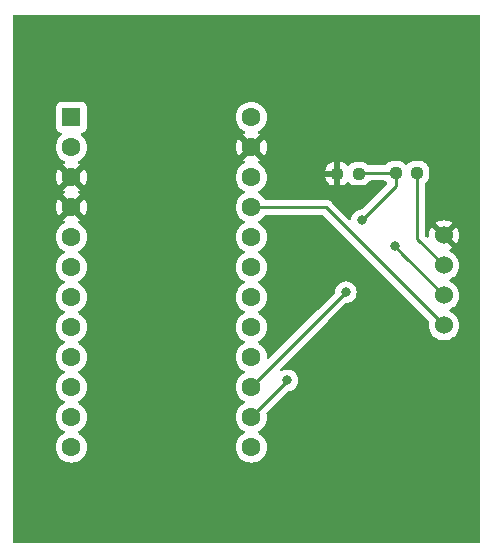
<source format=gbr>
%TF.GenerationSoftware,KiCad,Pcbnew,(6.0.1)*%
%TF.CreationDate,2023-03-08T21:06:12-08:00*%
%TF.ProjectId,Ultrasonic,556c7472-6173-46f6-9e69-632e6b696361,rev?*%
%TF.SameCoordinates,Original*%
%TF.FileFunction,Copper,L1,Top*%
%TF.FilePolarity,Positive*%
%FSLAX46Y46*%
G04 Gerber Fmt 4.6, Leading zero omitted, Abs format (unit mm)*
G04 Created by KiCad (PCBNEW (6.0.1)) date 2023-03-08 21:06:12*
%MOMM*%
%LPD*%
G01*
G04 APERTURE LIST*
G04 Aperture macros list*
%AMRoundRect*
0 Rectangle with rounded corners*
0 $1 Rounding radius*
0 $2 $3 $4 $5 $6 $7 $8 $9 X,Y pos of 4 corners*
0 Add a 4 corners polygon primitive as box body*
4,1,4,$2,$3,$4,$5,$6,$7,$8,$9,$2,$3,0*
0 Add four circle primitives for the rounded corners*
1,1,$1+$1,$2,$3*
1,1,$1+$1,$4,$5*
1,1,$1+$1,$6,$7*
1,1,$1+$1,$8,$9*
0 Add four rect primitives between the rounded corners*
20,1,$1+$1,$2,$3,$4,$5,0*
20,1,$1+$1,$4,$5,$6,$7,0*
20,1,$1+$1,$6,$7,$8,$9,0*
20,1,$1+$1,$8,$9,$2,$3,0*%
G04 Aperture macros list end*
%TA.AperFunction,ComponentPad*%
%ADD10C,1.530000*%
%TD*%
%TA.AperFunction,SMDPad,CuDef*%
%ADD11RoundRect,0.237500X-0.250000X-0.237500X0.250000X-0.237500X0.250000X0.237500X-0.250000X0.237500X0*%
%TD*%
%TA.AperFunction,ComponentPad*%
%ADD12R,1.600000X1.600000*%
%TD*%
%TA.AperFunction,ComponentPad*%
%ADD13C,1.600000*%
%TD*%
%TA.AperFunction,ViaPad*%
%ADD14C,0.800000*%
%TD*%
%TA.AperFunction,Conductor*%
%ADD15C,0.250000*%
%TD*%
G04 APERTURE END LIST*
D10*
%TO.P,U2,1,VCC*%
%TO.N,Net-(U1-Pad21)*%
X163250000Y-94610000D03*
%TO.P,U2,2,TRIG*%
%TO.N,Net-(U1-Pad15)*%
X163250000Y-92070000D03*
%TO.P,U2,3,ECHO*%
%TO.N,Net-(R2-Pad2)*%
X163250000Y-89530000D03*
%TO.P,U2,4,GND*%
%TO.N,GND*%
X163250000Y-86990000D03*
%TD*%
D11*
%TO.P,R2,1*%
%TO.N,Net-(R1-Pad2)*%
X159162500Y-81700000D03*
%TO.P,R2,2*%
%TO.N,Net-(R2-Pad2)*%
X160987500Y-81700000D03*
%TD*%
D12*
%TO.P,U1,1,TX*%
%TO.N,unconnected-(U1-Pad1)*%
X131705000Y-76980000D03*
D13*
%TO.P,U1,2,RX*%
%TO.N,unconnected-(U1-Pad2)*%
X131705000Y-79520000D03*
%TO.P,U1,3,GND*%
%TO.N,GND*%
X131705000Y-82060000D03*
%TO.P,U1,4,GND*%
X131705000Y-84600000D03*
%TO.P,U1,5,SDA*%
%TO.N,unconnected-(U1-Pad5)*%
X131705000Y-87140000D03*
%TO.P,U1,6,SCL*%
%TO.N,unconnected-(U1-Pad6)*%
X131705000Y-89680000D03*
%TO.P,U1,7,D4*%
%TO.N,unconnected-(U1-Pad7)*%
X131705000Y-92220000D03*
%TO.P,U1,8,C6*%
%TO.N,unconnected-(U1-Pad8)*%
X131705000Y-94760000D03*
%TO.P,U1,9,D7*%
%TO.N,unconnected-(U1-Pad9)*%
X131705000Y-97300000D03*
%TO.P,U1,10,E6*%
%TO.N,unconnected-(U1-Pad10)*%
X131705000Y-99840000D03*
%TO.P,U1,11,B4*%
%TO.N,unconnected-(U1-Pad11)*%
X131705000Y-102380000D03*
%TO.P,U1,12,B5*%
%TO.N,unconnected-(U1-Pad12)*%
X131705000Y-104920000D03*
%TO.P,U1,13,B6*%
%TO.N,unconnected-(U1-Pad13)*%
X146945000Y-104920000D03*
%TO.P,U1,14,B2*%
%TO.N,Net-(R1-Pad2)*%
X146945000Y-102380000D03*
%TO.P,U1,15,B3*%
%TO.N,Net-(U1-Pad15)*%
X146945000Y-99840000D03*
%TO.P,U1,16,B1*%
%TO.N,unconnected-(U1-Pad16)*%
X146945000Y-97300000D03*
%TO.P,U1,17,F7*%
%TO.N,unconnected-(U1-Pad17)*%
X146945000Y-94760000D03*
%TO.P,U1,18,F6*%
%TO.N,unconnected-(U1-Pad18)*%
X146945000Y-92220000D03*
%TO.P,U1,19,F5*%
%TO.N,unconnected-(U1-Pad19)*%
X146945000Y-89680000D03*
%TO.P,U1,20,F4*%
%TO.N,unconnected-(U1-Pad20)*%
X146945000Y-87140000D03*
%TO.P,U1,21,VCC*%
%TO.N,Net-(U1-Pad21)*%
X146945000Y-84600000D03*
%TO.P,U1,22,RST*%
%TO.N,unconnected-(U1-Pad22)*%
X146945000Y-82060000D03*
%TO.P,U1,23,GND*%
%TO.N,GND*%
X146945000Y-79520000D03*
%TO.P,U1,24,RAW*%
%TO.N,unconnected-(U1-Pad24)*%
X146945000Y-76980000D03*
%TD*%
D11*
%TO.P,R1,1*%
%TO.N,GND*%
X154212500Y-81775000D03*
%TO.P,R1,2*%
%TO.N,Net-(R1-Pad2)*%
X156037500Y-81775000D03*
%TD*%
D14*
%TO.N,Net-(R1-Pad2)*%
X156300000Y-85700000D03*
X150000000Y-99275000D03*
%TO.N,Net-(U1-Pad15)*%
X154950000Y-91800000D03*
X159125000Y-87925000D03*
%TD*%
D15*
%TO.N,Net-(R1-Pad2)*%
X159162500Y-81700000D02*
X156112500Y-81700000D01*
X156112500Y-81700000D02*
X156037500Y-81775000D01*
X156300000Y-85700000D02*
X159162500Y-82837500D01*
X150000000Y-99275000D02*
X150000000Y-99325000D01*
X159162500Y-82837500D02*
X159162500Y-81700000D01*
X150000000Y-99325000D02*
X146945000Y-102380000D01*
%TO.N,Net-(U1-Pad15)*%
X152950000Y-93835000D02*
X146945000Y-99840000D01*
X159815489Y-88635489D02*
X163250000Y-92070000D01*
X159125000Y-87925000D02*
X159815489Y-88615489D01*
X152950000Y-93800000D02*
X152950000Y-93835000D01*
X154950000Y-91800000D02*
X152950000Y-93800000D01*
X159815489Y-88615489D02*
X159815489Y-88635489D01*
%TO.N,Net-(U1-Pad21)*%
X153240000Y-84600000D02*
X163250000Y-94610000D01*
X146945000Y-84600000D02*
X153240000Y-84600000D01*
%TO.N,Net-(R2-Pad2)*%
X160987500Y-87267500D02*
X163250000Y-89530000D01*
X160987500Y-81700000D02*
X160987500Y-87267500D01*
%TD*%
%TA.AperFunction,Conductor*%
%TO.N,GND*%
G36*
X166234121Y-68315502D02*
G01*
X166280614Y-68369158D01*
X166292000Y-68421500D01*
X166292000Y-112928500D01*
X166271998Y-112996621D01*
X166218342Y-113043114D01*
X166166000Y-113054500D01*
X126909000Y-113054500D01*
X126840879Y-113034498D01*
X126794386Y-112980842D01*
X126783000Y-112928500D01*
X126783000Y-104920000D01*
X130391502Y-104920000D01*
X130411457Y-105148087D01*
X130470716Y-105369243D01*
X130473039Y-105374224D01*
X130473039Y-105374225D01*
X130565151Y-105571762D01*
X130565154Y-105571767D01*
X130567477Y-105576749D01*
X130698802Y-105764300D01*
X130860700Y-105926198D01*
X130865208Y-105929355D01*
X130865211Y-105929357D01*
X130943389Y-105984098D01*
X131048251Y-106057523D01*
X131053233Y-106059846D01*
X131053238Y-106059849D01*
X131250775Y-106151961D01*
X131255757Y-106154284D01*
X131261065Y-106155706D01*
X131261067Y-106155707D01*
X131471598Y-106212119D01*
X131471600Y-106212119D01*
X131476913Y-106213543D01*
X131705000Y-106233498D01*
X131933087Y-106213543D01*
X131938400Y-106212119D01*
X131938402Y-106212119D01*
X132148933Y-106155707D01*
X132148935Y-106155706D01*
X132154243Y-106154284D01*
X132159225Y-106151961D01*
X132356762Y-106059849D01*
X132356767Y-106059846D01*
X132361749Y-106057523D01*
X132466611Y-105984098D01*
X132544789Y-105929357D01*
X132544792Y-105929355D01*
X132549300Y-105926198D01*
X132711198Y-105764300D01*
X132842523Y-105576749D01*
X132844846Y-105571767D01*
X132844849Y-105571762D01*
X132936961Y-105374225D01*
X132936961Y-105374224D01*
X132939284Y-105369243D01*
X132998543Y-105148087D01*
X133018498Y-104920000D01*
X145631502Y-104920000D01*
X145651457Y-105148087D01*
X145710716Y-105369243D01*
X145713039Y-105374224D01*
X145713039Y-105374225D01*
X145805151Y-105571762D01*
X145805154Y-105571767D01*
X145807477Y-105576749D01*
X145938802Y-105764300D01*
X146100700Y-105926198D01*
X146105208Y-105929355D01*
X146105211Y-105929357D01*
X146183389Y-105984098D01*
X146288251Y-106057523D01*
X146293233Y-106059846D01*
X146293238Y-106059849D01*
X146490775Y-106151961D01*
X146495757Y-106154284D01*
X146501065Y-106155706D01*
X146501067Y-106155707D01*
X146711598Y-106212119D01*
X146711600Y-106212119D01*
X146716913Y-106213543D01*
X146945000Y-106233498D01*
X147173087Y-106213543D01*
X147178400Y-106212119D01*
X147178402Y-106212119D01*
X147388933Y-106155707D01*
X147388935Y-106155706D01*
X147394243Y-106154284D01*
X147399225Y-106151961D01*
X147596762Y-106059849D01*
X147596767Y-106059846D01*
X147601749Y-106057523D01*
X147706611Y-105984098D01*
X147784789Y-105929357D01*
X147784792Y-105929355D01*
X147789300Y-105926198D01*
X147951198Y-105764300D01*
X148082523Y-105576749D01*
X148084846Y-105571767D01*
X148084849Y-105571762D01*
X148176961Y-105374225D01*
X148176961Y-105374224D01*
X148179284Y-105369243D01*
X148238543Y-105148087D01*
X148258498Y-104920000D01*
X148238543Y-104691913D01*
X148179284Y-104470757D01*
X148176961Y-104465775D01*
X148084849Y-104268238D01*
X148084846Y-104268233D01*
X148082523Y-104263251D01*
X147951198Y-104075700D01*
X147789300Y-103913802D01*
X147784792Y-103910645D01*
X147784789Y-103910643D01*
X147706611Y-103855902D01*
X147601749Y-103782477D01*
X147596767Y-103780154D01*
X147596762Y-103780151D01*
X147562543Y-103764195D01*
X147509258Y-103717278D01*
X147489797Y-103649001D01*
X147510339Y-103581041D01*
X147562543Y-103535805D01*
X147596762Y-103519849D01*
X147596767Y-103519846D01*
X147601749Y-103517523D01*
X147706611Y-103444098D01*
X147784789Y-103389357D01*
X147784792Y-103389355D01*
X147789300Y-103386198D01*
X147951198Y-103224300D01*
X148082523Y-103036749D01*
X148084846Y-103031767D01*
X148084849Y-103031762D01*
X148176961Y-102834225D01*
X148176961Y-102834224D01*
X148179284Y-102829243D01*
X148238543Y-102608087D01*
X148258498Y-102380000D01*
X148238543Y-102151913D01*
X148237119Y-102146598D01*
X148237118Y-102146591D01*
X148221541Y-102088459D01*
X148223230Y-102017483D01*
X148254152Y-101966752D01*
X150000499Y-100220405D01*
X150062811Y-100186379D01*
X150082328Y-100184281D01*
X150082318Y-100184190D01*
X150088885Y-100183500D01*
X150095487Y-100183500D01*
X150101939Y-100182128D01*
X150101944Y-100182128D01*
X150188887Y-100163647D01*
X150282288Y-100143794D01*
X150440392Y-100073402D01*
X150450722Y-100068803D01*
X150450724Y-100068802D01*
X150456752Y-100066118D01*
X150611253Y-99953866D01*
X150615675Y-99948955D01*
X150734621Y-99816852D01*
X150734622Y-99816851D01*
X150739040Y-99811944D01*
X150834527Y-99646556D01*
X150893542Y-99464928D01*
X150897555Y-99426752D01*
X150912814Y-99281565D01*
X150913504Y-99275000D01*
X150893542Y-99085072D01*
X150834527Y-98903444D01*
X150739040Y-98738056D01*
X150690544Y-98684195D01*
X150615675Y-98601045D01*
X150615674Y-98601044D01*
X150611253Y-98596134D01*
X150456752Y-98483882D01*
X150450724Y-98481198D01*
X150450722Y-98481197D01*
X150288319Y-98408891D01*
X150288318Y-98408891D01*
X150282288Y-98406206D01*
X150188887Y-98386353D01*
X150101944Y-98367872D01*
X150101939Y-98367872D01*
X150095487Y-98366500D01*
X149904513Y-98366500D01*
X149898061Y-98367872D01*
X149898056Y-98367872D01*
X149811112Y-98386353D01*
X149717712Y-98406206D01*
X149711682Y-98408891D01*
X149711681Y-98408891D01*
X149549279Y-98481197D01*
X149543248Y-98483882D01*
X149542522Y-98482252D01*
X149482029Y-98496927D01*
X149414937Y-98473707D01*
X149371050Y-98417900D01*
X149364301Y-98347225D01*
X149398929Y-98281975D01*
X153342247Y-94338657D01*
X153350537Y-94331113D01*
X153357018Y-94327000D01*
X153403659Y-94277332D01*
X153406413Y-94274491D01*
X153426134Y-94254770D01*
X153428612Y-94251575D01*
X153436318Y-94242553D01*
X153461158Y-94216101D01*
X153466586Y-94210321D01*
X153476346Y-94192568D01*
X153487199Y-94176045D01*
X153493601Y-94167791D01*
X153499613Y-94160041D01*
X153502762Y-94152764D01*
X153506796Y-94145943D01*
X153508122Y-94146727D01*
X153527099Y-94118805D01*
X154900500Y-92745405D01*
X154962812Y-92711379D01*
X154989595Y-92708500D01*
X155045487Y-92708500D01*
X155051939Y-92707128D01*
X155051944Y-92707128D01*
X155138887Y-92688647D01*
X155232288Y-92668794D01*
X155243206Y-92663933D01*
X155400722Y-92593803D01*
X155400724Y-92593802D01*
X155406752Y-92591118D01*
X155561253Y-92478866D01*
X155689040Y-92336944D01*
X155784527Y-92171556D01*
X155843542Y-91989928D01*
X155863504Y-91800000D01*
X155860907Y-91775293D01*
X155844232Y-91616635D01*
X155844232Y-91616633D01*
X155843542Y-91610072D01*
X155784527Y-91428444D01*
X155689040Y-91263056D01*
X155675739Y-91248283D01*
X155565675Y-91126045D01*
X155565674Y-91126044D01*
X155561253Y-91121134D01*
X155406752Y-91008882D01*
X155400724Y-91006198D01*
X155400722Y-91006197D01*
X155238319Y-90933891D01*
X155238318Y-90933891D01*
X155232288Y-90931206D01*
X155138888Y-90911353D01*
X155051944Y-90892872D01*
X155051939Y-90892872D01*
X155045487Y-90891500D01*
X154854513Y-90891500D01*
X154848061Y-90892872D01*
X154848056Y-90892872D01*
X154761112Y-90911353D01*
X154667712Y-90931206D01*
X154661682Y-90933891D01*
X154661681Y-90933891D01*
X154499278Y-91006197D01*
X154499276Y-91006198D01*
X154493248Y-91008882D01*
X154338747Y-91121134D01*
X154334326Y-91126044D01*
X154334325Y-91126045D01*
X154224262Y-91248283D01*
X154210960Y-91263056D01*
X154115473Y-91428444D01*
X154056458Y-91610072D01*
X154055768Y-91616633D01*
X154055768Y-91616635D01*
X154039093Y-91775293D01*
X154012080Y-91840950D01*
X154002878Y-91851218D01*
X152557747Y-93296348D01*
X152549461Y-93303888D01*
X152542982Y-93308000D01*
X152537557Y-93313777D01*
X152496357Y-93357651D01*
X152493602Y-93360493D01*
X152473865Y-93380230D01*
X152471385Y-93383427D01*
X152463682Y-93392447D01*
X152433414Y-93424679D01*
X152429595Y-93431625D01*
X152429593Y-93431628D01*
X152423652Y-93442434D01*
X152412801Y-93458953D01*
X152400386Y-93474959D01*
X152397238Y-93482235D01*
X152393203Y-93489057D01*
X152391877Y-93488273D01*
X152372900Y-93516195D01*
X148471589Y-97417506D01*
X148409277Y-97451532D01*
X148338462Y-97446467D01*
X148281626Y-97403920D01*
X148256815Y-97337400D01*
X148256974Y-97317428D01*
X148258019Y-97305485D01*
X148258019Y-97305475D01*
X148258498Y-97300000D01*
X148238543Y-97071913D01*
X148179284Y-96850757D01*
X148176961Y-96845775D01*
X148084849Y-96648238D01*
X148084846Y-96648233D01*
X148082523Y-96643251D01*
X147951198Y-96455700D01*
X147789300Y-96293802D01*
X147784792Y-96290645D01*
X147784789Y-96290643D01*
X147706611Y-96235902D01*
X147601749Y-96162477D01*
X147596767Y-96160154D01*
X147596762Y-96160151D01*
X147562543Y-96144195D01*
X147509258Y-96097278D01*
X147489797Y-96029001D01*
X147510339Y-95961041D01*
X147562543Y-95915805D01*
X147596762Y-95899849D01*
X147596767Y-95899846D01*
X147601749Y-95897523D01*
X147706611Y-95824098D01*
X147784789Y-95769357D01*
X147784792Y-95769355D01*
X147789300Y-95766198D01*
X147951198Y-95604300D01*
X147959501Y-95592443D01*
X148009098Y-95521611D01*
X148082523Y-95416749D01*
X148084846Y-95411767D01*
X148084849Y-95411762D01*
X148176961Y-95214225D01*
X148176961Y-95214224D01*
X148179284Y-95209243D01*
X148221362Y-95052209D01*
X148237119Y-94993402D01*
X148237119Y-94993400D01*
X148238543Y-94988087D01*
X148258498Y-94760000D01*
X148238543Y-94531913D01*
X148237119Y-94526598D01*
X148180707Y-94316067D01*
X148180706Y-94316065D01*
X148179284Y-94310757D01*
X148163435Y-94276769D01*
X148084849Y-94108238D01*
X148084846Y-94108233D01*
X148082523Y-94103251D01*
X147951198Y-93915700D01*
X147789300Y-93753802D01*
X147784792Y-93750645D01*
X147784789Y-93750643D01*
X147706611Y-93695902D01*
X147601749Y-93622477D01*
X147596767Y-93620154D01*
X147596762Y-93620151D01*
X147562543Y-93604195D01*
X147509258Y-93557278D01*
X147489797Y-93489001D01*
X147510339Y-93421041D01*
X147562543Y-93375805D01*
X147596762Y-93359849D01*
X147596767Y-93359846D01*
X147601749Y-93357523D01*
X147731917Y-93266378D01*
X147784789Y-93229357D01*
X147784792Y-93229355D01*
X147789300Y-93226198D01*
X147951198Y-93064300D01*
X147959501Y-93052443D01*
X148009098Y-92981611D01*
X148082523Y-92876749D01*
X148084846Y-92871767D01*
X148084849Y-92871762D01*
X148176961Y-92674225D01*
X148176961Y-92674224D01*
X148179284Y-92669243D01*
X148221362Y-92512209D01*
X148237119Y-92453402D01*
X148237119Y-92453400D01*
X148238543Y-92448087D01*
X148258498Y-92220000D01*
X148238543Y-91991913D01*
X148236253Y-91983365D01*
X148180707Y-91776067D01*
X148180706Y-91776065D01*
X148179284Y-91770757D01*
X148117418Y-91638083D01*
X148084849Y-91568238D01*
X148084846Y-91568233D01*
X148082523Y-91563251D01*
X147951198Y-91375700D01*
X147789300Y-91213802D01*
X147784792Y-91210645D01*
X147784789Y-91210643D01*
X147663970Y-91126045D01*
X147601749Y-91082477D01*
X147596767Y-91080154D01*
X147596762Y-91080151D01*
X147562543Y-91064195D01*
X147509258Y-91017278D01*
X147489797Y-90949001D01*
X147510339Y-90881041D01*
X147562543Y-90835805D01*
X147596762Y-90819849D01*
X147596767Y-90819846D01*
X147601749Y-90817523D01*
X147731917Y-90726378D01*
X147784789Y-90689357D01*
X147784792Y-90689355D01*
X147789300Y-90686198D01*
X147951198Y-90524300D01*
X147959501Y-90512443D01*
X148009098Y-90441611D01*
X148082523Y-90336749D01*
X148084846Y-90331767D01*
X148084849Y-90331762D01*
X148176961Y-90134225D01*
X148176961Y-90134224D01*
X148179284Y-90129243D01*
X148221362Y-89972209D01*
X148237119Y-89913402D01*
X148237119Y-89913400D01*
X148238543Y-89908087D01*
X148258498Y-89680000D01*
X148238543Y-89451913D01*
X148237119Y-89446598D01*
X148180707Y-89236067D01*
X148180706Y-89236065D01*
X148179284Y-89230757D01*
X148176961Y-89225775D01*
X148084849Y-89028238D01*
X148084846Y-89028233D01*
X148082523Y-89023251D01*
X147951198Y-88835700D01*
X147789300Y-88673802D01*
X147784792Y-88670645D01*
X147784789Y-88670643D01*
X147682408Y-88598955D01*
X147601749Y-88542477D01*
X147596767Y-88540154D01*
X147596762Y-88540151D01*
X147562543Y-88524195D01*
X147509258Y-88477278D01*
X147489797Y-88409001D01*
X147510339Y-88341041D01*
X147562543Y-88295805D01*
X147596762Y-88279849D01*
X147596767Y-88279846D01*
X147601749Y-88277523D01*
X147783589Y-88150197D01*
X147784789Y-88149357D01*
X147784792Y-88149355D01*
X147789300Y-88146198D01*
X147951198Y-87984300D01*
X147992721Y-87925000D01*
X148009098Y-87901611D01*
X148082523Y-87796749D01*
X148084846Y-87791767D01*
X148084849Y-87791762D01*
X148176961Y-87594225D01*
X148176961Y-87594224D01*
X148179284Y-87589243D01*
X148188877Y-87553444D01*
X148237119Y-87373402D01*
X148237119Y-87373400D01*
X148238543Y-87368087D01*
X148258498Y-87140000D01*
X148238543Y-86911913D01*
X148179284Y-86690757D01*
X148149388Y-86626644D01*
X148084849Y-86488238D01*
X148084846Y-86488233D01*
X148082523Y-86483251D01*
X147993460Y-86356056D01*
X147954357Y-86300211D01*
X147954355Y-86300208D01*
X147951198Y-86295700D01*
X147789300Y-86133802D01*
X147784792Y-86130645D01*
X147784789Y-86130643D01*
X147691428Y-86065271D01*
X147601749Y-86002477D01*
X147596767Y-86000154D01*
X147596762Y-86000151D01*
X147562543Y-85984195D01*
X147509258Y-85937278D01*
X147489797Y-85869001D01*
X147510339Y-85801041D01*
X147562543Y-85755805D01*
X147596762Y-85739849D01*
X147596767Y-85739846D01*
X147601749Y-85737523D01*
X147742156Y-85639209D01*
X147784789Y-85609357D01*
X147784792Y-85609355D01*
X147789300Y-85606198D01*
X147951198Y-85444300D01*
X148027921Y-85334729D01*
X148061181Y-85287229D01*
X148116638Y-85242901D01*
X148164394Y-85233500D01*
X152925406Y-85233500D01*
X152993527Y-85253502D01*
X153014501Y-85270405D01*
X161969424Y-94225329D01*
X162003450Y-94287641D01*
X162002036Y-94347034D01*
X161992480Y-94382697D01*
X161992479Y-94382704D01*
X161991056Y-94388014D01*
X161971635Y-94610000D01*
X161991056Y-94831986D01*
X161992480Y-94837299D01*
X162034308Y-94993402D01*
X162048730Y-95047227D01*
X162051052Y-95052208D01*
X162051053Y-95052209D01*
X162140577Y-95244195D01*
X162140580Y-95244200D01*
X162142903Y-95249182D01*
X162146060Y-95253690D01*
X162263392Y-95421257D01*
X162270716Y-95431717D01*
X162428283Y-95589284D01*
X162432792Y-95592441D01*
X162432794Y-95592443D01*
X162455293Y-95608197D01*
X162610817Y-95717097D01*
X162615799Y-95719420D01*
X162615804Y-95719423D01*
X162807791Y-95808947D01*
X162812773Y-95811270D01*
X162818081Y-95812692D01*
X162818083Y-95812693D01*
X162884465Y-95830480D01*
X163028014Y-95868944D01*
X163250000Y-95888365D01*
X163471986Y-95868944D01*
X163615535Y-95830480D01*
X163681917Y-95812693D01*
X163681919Y-95812692D01*
X163687227Y-95811270D01*
X163692209Y-95808947D01*
X163884196Y-95719423D01*
X163884201Y-95719420D01*
X163889183Y-95717097D01*
X164044707Y-95608197D01*
X164067206Y-95592443D01*
X164067208Y-95592441D01*
X164071717Y-95589284D01*
X164229284Y-95431717D01*
X164236609Y-95421257D01*
X164353940Y-95253690D01*
X164357097Y-95249182D01*
X164359420Y-95244200D01*
X164359423Y-95244195D01*
X164448947Y-95052209D01*
X164448948Y-95052208D01*
X164451270Y-95047227D01*
X164465693Y-94993402D01*
X164507520Y-94837299D01*
X164508944Y-94831986D01*
X164528365Y-94610000D01*
X164508944Y-94388014D01*
X164451270Y-94172773D01*
X164434030Y-94135802D01*
X164359423Y-93975805D01*
X164359420Y-93975800D01*
X164357097Y-93970818D01*
X164229284Y-93788283D01*
X164071717Y-93630716D01*
X164064460Y-93625634D01*
X163921763Y-93525716D01*
X163889183Y-93502903D01*
X163884201Y-93500580D01*
X163884196Y-93500577D01*
X163784728Y-93454195D01*
X163731443Y-93407278D01*
X163711982Y-93339001D01*
X163732524Y-93271041D01*
X163784728Y-93225805D01*
X163884196Y-93179423D01*
X163884201Y-93179420D01*
X163889183Y-93177097D01*
X164044707Y-93068197D01*
X164067206Y-93052443D01*
X164067208Y-93052441D01*
X164071717Y-93049284D01*
X164229284Y-92891717D01*
X164236609Y-92881257D01*
X164353940Y-92713690D01*
X164357097Y-92709182D01*
X164359420Y-92704200D01*
X164359423Y-92704195D01*
X164448947Y-92512209D01*
X164448948Y-92512208D01*
X164451270Y-92507227D01*
X164465693Y-92453402D01*
X164496897Y-92336944D01*
X164508944Y-92291986D01*
X164528365Y-92070000D01*
X164508944Y-91848014D01*
X164451270Y-91632773D01*
X164443745Y-91616635D01*
X164359423Y-91435805D01*
X164359420Y-91435800D01*
X164357097Y-91430818D01*
X164243632Y-91268774D01*
X164232443Y-91252794D01*
X164232441Y-91252791D01*
X164229284Y-91248283D01*
X164071717Y-91090716D01*
X164064460Y-91085634D01*
X163954847Y-91008882D01*
X163889183Y-90962903D01*
X163884201Y-90960580D01*
X163884196Y-90960577D01*
X163784728Y-90914195D01*
X163731443Y-90867278D01*
X163711982Y-90799001D01*
X163732524Y-90731041D01*
X163784728Y-90685805D01*
X163884196Y-90639423D01*
X163884201Y-90639420D01*
X163889183Y-90637097D01*
X164044707Y-90528197D01*
X164067206Y-90512443D01*
X164067208Y-90512441D01*
X164071717Y-90509284D01*
X164229284Y-90351717D01*
X164236609Y-90341257D01*
X164353940Y-90173690D01*
X164357097Y-90169182D01*
X164359420Y-90164200D01*
X164359423Y-90164195D01*
X164448947Y-89972209D01*
X164448948Y-89972208D01*
X164451270Y-89967227D01*
X164465693Y-89913402D01*
X164507520Y-89757299D01*
X164508944Y-89751986D01*
X164528365Y-89530000D01*
X164508944Y-89308014D01*
X164454430Y-89104566D01*
X164452693Y-89098083D01*
X164452692Y-89098081D01*
X164451270Y-89092773D01*
X164420530Y-89026851D01*
X164359423Y-88895805D01*
X164359420Y-88895800D01*
X164357097Y-88890818D01*
X164285528Y-88788608D01*
X164232443Y-88712794D01*
X164232441Y-88712791D01*
X164229284Y-88708283D01*
X164071717Y-88550716D01*
X164064460Y-88545634D01*
X163951948Y-88466852D01*
X163889183Y-88422903D01*
X163884201Y-88420580D01*
X163884196Y-88420577D01*
X163784136Y-88373919D01*
X163730851Y-88327002D01*
X163711390Y-88258725D01*
X163731932Y-88190765D01*
X163784136Y-88145529D01*
X163883953Y-88098984D01*
X163893431Y-88093512D01*
X163937920Y-88062359D01*
X163946294Y-88051883D01*
X163939226Y-88038436D01*
X162891922Y-86991132D01*
X163614408Y-86991132D01*
X163614539Y-86992965D01*
X163618790Y-86999580D01*
X164299157Y-87679947D01*
X164310932Y-87686377D01*
X164322947Y-87677081D01*
X164353505Y-87633439D01*
X164358988Y-87623944D01*
X164448475Y-87432037D01*
X164452221Y-87421745D01*
X164507025Y-87217214D01*
X164508928Y-87206419D01*
X164527384Y-86995475D01*
X164527384Y-86984525D01*
X164508928Y-86773581D01*
X164507025Y-86762786D01*
X164452221Y-86558255D01*
X164448475Y-86547963D01*
X164358988Y-86356056D01*
X164353505Y-86346561D01*
X164322360Y-86302081D01*
X164311883Y-86293706D01*
X164298436Y-86300774D01*
X163622022Y-86977188D01*
X163614408Y-86991132D01*
X162891922Y-86991132D01*
X162200843Y-86300053D01*
X162189068Y-86293623D01*
X162177053Y-86302919D01*
X162146495Y-86346561D01*
X162141012Y-86356056D01*
X162051525Y-86547963D01*
X162047779Y-86558255D01*
X161992975Y-86762786D01*
X161991072Y-86773581D01*
X161972616Y-86984525D01*
X161972616Y-86995476D01*
X161977078Y-87046481D01*
X161963088Y-87116086D01*
X161913689Y-87167078D01*
X161844563Y-87183268D01*
X161777657Y-87159515D01*
X161762462Y-87146557D01*
X161657905Y-87042000D01*
X161623879Y-86979688D01*
X161621000Y-86952905D01*
X161621000Y-85928117D01*
X162553706Y-85928117D01*
X162560774Y-85941564D01*
X163237188Y-86617978D01*
X163251132Y-86625592D01*
X163252965Y-86625461D01*
X163259580Y-86621210D01*
X163939947Y-85940843D01*
X163946377Y-85929068D01*
X163937084Y-85917055D01*
X163893431Y-85886488D01*
X163883953Y-85881016D01*
X163692038Y-85791525D01*
X163681745Y-85787779D01*
X163477214Y-85732975D01*
X163466419Y-85731072D01*
X163255475Y-85712616D01*
X163244525Y-85712616D01*
X163033581Y-85731072D01*
X163022786Y-85732975D01*
X162818255Y-85787779D01*
X162807963Y-85791525D01*
X162616056Y-85881012D01*
X162606561Y-85886495D01*
X162562081Y-85917640D01*
X162553706Y-85928117D01*
X161621000Y-85928117D01*
X161621000Y-82647699D01*
X161641002Y-82579578D01*
X161680699Y-82540554D01*
X161704031Y-82526116D01*
X161726347Y-82503761D01*
X161821758Y-82408184D01*
X161821762Y-82408179D01*
X161826929Y-82403003D01*
X161857442Y-82353502D01*
X161914369Y-82261150D01*
X161914370Y-82261148D01*
X161918209Y-82254920D01*
X161972974Y-82089809D01*
X161974716Y-82072812D01*
X161983172Y-81990271D01*
X161983500Y-81987072D01*
X161983500Y-81412928D01*
X161983163Y-81409678D01*
X161973419Y-81315765D01*
X161973418Y-81315761D01*
X161972707Y-81308907D01*
X161917654Y-81143893D01*
X161826116Y-80995969D01*
X161811062Y-80980941D01*
X161708184Y-80878242D01*
X161708179Y-80878238D01*
X161703003Y-80873071D01*
X161680557Y-80859235D01*
X161561150Y-80785631D01*
X161561148Y-80785630D01*
X161554920Y-80781791D01*
X161389809Y-80727026D01*
X161382973Y-80726326D01*
X161382970Y-80726325D01*
X161328700Y-80720765D01*
X161287072Y-80716500D01*
X160687928Y-80716500D01*
X160684682Y-80716837D01*
X160684678Y-80716837D01*
X160590765Y-80726581D01*
X160590761Y-80726582D01*
X160583907Y-80727293D01*
X160577371Y-80729474D01*
X160577369Y-80729474D01*
X160503005Y-80754284D01*
X160418893Y-80782346D01*
X160270969Y-80873884D01*
X160265796Y-80879066D01*
X160164253Y-80980786D01*
X160101970Y-81014865D01*
X160031150Y-81009862D01*
X159986063Y-80980941D01*
X159883188Y-80878246D01*
X159883183Y-80878242D01*
X159878003Y-80873071D01*
X159855557Y-80859235D01*
X159736150Y-80785631D01*
X159736148Y-80785630D01*
X159729920Y-80781791D01*
X159564809Y-80727026D01*
X159557973Y-80726326D01*
X159557970Y-80726325D01*
X159503700Y-80720765D01*
X159462072Y-80716500D01*
X158862928Y-80716500D01*
X158859682Y-80716837D01*
X158859678Y-80716837D01*
X158765765Y-80726581D01*
X158765761Y-80726582D01*
X158758907Y-80727293D01*
X158752371Y-80729474D01*
X158752369Y-80729474D01*
X158678005Y-80754284D01*
X158593893Y-80782346D01*
X158445969Y-80873884D01*
X158440796Y-80879066D01*
X158328242Y-80991816D01*
X158328238Y-80991821D01*
X158323071Y-80996997D01*
X158319231Y-81003227D01*
X158319230Y-81003228D01*
X158317143Y-81006614D01*
X158315114Y-81008441D01*
X158314693Y-81008973D01*
X158314602Y-81008901D01*
X158264372Y-81054108D01*
X158209882Y-81066500D01*
X156923766Y-81066500D01*
X156855645Y-81046498D01*
X156834749Y-81029673D01*
X156758188Y-80953246D01*
X156758183Y-80953242D01*
X156753003Y-80948071D01*
X156746772Y-80944230D01*
X156611150Y-80860631D01*
X156611148Y-80860630D01*
X156604920Y-80856791D01*
X156439809Y-80802026D01*
X156432973Y-80801326D01*
X156432970Y-80801325D01*
X156381474Y-80796049D01*
X156337072Y-80791500D01*
X155737928Y-80791500D01*
X155734682Y-80791837D01*
X155734678Y-80791837D01*
X155640765Y-80801581D01*
X155640761Y-80801582D01*
X155633907Y-80802293D01*
X155627371Y-80804474D01*
X155627369Y-80804474D01*
X155540374Y-80833498D01*
X155468893Y-80857346D01*
X155320969Y-80948884D01*
X155213899Y-81056141D01*
X155151618Y-81090220D01*
X155080798Y-81085217D01*
X155035709Y-81056296D01*
X154932871Y-80953637D01*
X154921460Y-80944625D01*
X154785937Y-80861088D01*
X154772759Y-80854944D01*
X154621234Y-80804685D01*
X154607868Y-80801819D01*
X154515230Y-80792328D01*
X154508815Y-80792000D01*
X154484615Y-80792000D01*
X154469376Y-80796475D01*
X154468171Y-80797865D01*
X154466500Y-80805548D01*
X154466500Y-82739885D01*
X154470975Y-82755124D01*
X154472365Y-82756329D01*
X154480048Y-82758000D01*
X154508766Y-82758000D01*
X154515282Y-82757663D01*
X154609132Y-82747925D01*
X154622528Y-82745032D01*
X154773953Y-82694512D01*
X154787115Y-82688347D01*
X154922492Y-82604574D01*
X154933890Y-82595540D01*
X155035393Y-82493860D01*
X155097676Y-82459781D01*
X155168496Y-82464784D01*
X155213583Y-82493704D01*
X155321997Y-82601929D01*
X155328227Y-82605769D01*
X155328228Y-82605770D01*
X155377212Y-82635964D01*
X155470080Y-82693209D01*
X155635191Y-82747974D01*
X155642027Y-82748674D01*
X155642030Y-82748675D01*
X155689370Y-82753525D01*
X155737928Y-82758500D01*
X156337072Y-82758500D01*
X156340318Y-82758163D01*
X156340322Y-82758163D01*
X156434235Y-82748419D01*
X156434239Y-82748418D01*
X156441093Y-82747707D01*
X156447629Y-82745526D01*
X156447631Y-82745526D01*
X156580395Y-82701232D01*
X156606107Y-82692654D01*
X156754031Y-82601116D01*
X156761797Y-82593336D01*
X156871758Y-82483184D01*
X156871762Y-82483179D01*
X156876929Y-82478003D01*
X156909966Y-82424408D01*
X156929089Y-82393384D01*
X156981861Y-82345891D01*
X157036349Y-82333500D01*
X158210036Y-82333500D01*
X158278157Y-82353502D01*
X158317179Y-82393196D01*
X158323884Y-82404031D01*
X158403176Y-82483184D01*
X158422888Y-82502862D01*
X158456967Y-82565144D01*
X158451964Y-82635964D01*
X158422965Y-82681130D01*
X156349500Y-84754595D01*
X156287188Y-84788621D01*
X156260405Y-84791500D01*
X156204513Y-84791500D01*
X156198061Y-84792872D01*
X156198056Y-84792872D01*
X156111112Y-84811353D01*
X156017712Y-84831206D01*
X156011682Y-84833891D01*
X156011681Y-84833891D01*
X155849278Y-84906197D01*
X155849276Y-84906198D01*
X155843248Y-84908882D01*
X155688747Y-85021134D01*
X155684326Y-85026044D01*
X155684325Y-85026045D01*
X155659107Y-85054053D01*
X155560960Y-85163056D01*
X155508741Y-85253502D01*
X155489269Y-85287229D01*
X155465473Y-85328444D01*
X155406458Y-85510072D01*
X155405769Y-85516631D01*
X155405768Y-85516634D01*
X155399786Y-85573553D01*
X155372773Y-85639209D01*
X155314551Y-85679839D01*
X155243606Y-85682542D01*
X155185381Y-85649477D01*
X154561950Y-85026045D01*
X153743652Y-84207747D01*
X153736112Y-84199461D01*
X153732000Y-84192982D01*
X153682348Y-84146356D01*
X153679507Y-84143602D01*
X153659770Y-84123865D01*
X153656573Y-84121385D01*
X153647551Y-84113680D01*
X153621100Y-84088841D01*
X153615321Y-84083414D01*
X153608375Y-84079595D01*
X153608372Y-84079593D01*
X153597566Y-84073652D01*
X153581047Y-84062801D01*
X153580583Y-84062441D01*
X153565041Y-84050386D01*
X153557772Y-84047241D01*
X153557768Y-84047238D01*
X153524463Y-84032826D01*
X153513813Y-84027609D01*
X153475060Y-84006305D01*
X153455437Y-84001267D01*
X153436734Y-83994863D01*
X153425420Y-83989967D01*
X153425419Y-83989967D01*
X153418145Y-83986819D01*
X153410322Y-83985580D01*
X153410312Y-83985577D01*
X153374476Y-83979901D01*
X153362856Y-83977495D01*
X153327711Y-83968472D01*
X153327710Y-83968472D01*
X153320030Y-83966500D01*
X153299776Y-83966500D01*
X153280065Y-83964949D01*
X153267886Y-83963020D01*
X153260057Y-83961780D01*
X153252165Y-83962526D01*
X153216039Y-83965941D01*
X153204181Y-83966500D01*
X148164394Y-83966500D01*
X148096273Y-83946498D01*
X148061181Y-83912771D01*
X147954357Y-83760211D01*
X147954355Y-83760208D01*
X147951198Y-83755700D01*
X147789300Y-83593802D01*
X147784792Y-83590645D01*
X147784789Y-83590643D01*
X147658920Y-83502509D01*
X147601749Y-83462477D01*
X147596767Y-83460154D01*
X147596762Y-83460151D01*
X147562543Y-83444195D01*
X147509258Y-83397278D01*
X147489797Y-83329001D01*
X147510339Y-83261041D01*
X147562543Y-83215805D01*
X147596762Y-83199849D01*
X147596767Y-83199846D01*
X147601749Y-83197523D01*
X147770296Y-83079505D01*
X147784789Y-83069357D01*
X147784792Y-83069355D01*
X147789300Y-83066198D01*
X147951198Y-82904300D01*
X147956117Y-82897276D01*
X148043688Y-82772211D01*
X148082523Y-82716749D01*
X148084846Y-82711767D01*
X148084849Y-82711762D01*
X148176961Y-82514225D01*
X148176961Y-82514224D01*
X148179284Y-82509243D01*
X148183448Y-82493705D01*
X148237119Y-82293402D01*
X148237119Y-82293400D01*
X148238543Y-82288087D01*
X148258498Y-82060000D01*
X148258390Y-82058766D01*
X153217000Y-82058766D01*
X153217337Y-82065282D01*
X153227075Y-82159132D01*
X153229968Y-82172528D01*
X153280488Y-82323953D01*
X153286653Y-82337115D01*
X153370426Y-82472492D01*
X153379460Y-82483890D01*
X153492129Y-82596363D01*
X153503540Y-82605375D01*
X153639063Y-82688912D01*
X153652241Y-82695056D01*
X153803766Y-82745315D01*
X153817132Y-82748181D01*
X153909770Y-82757672D01*
X153916185Y-82758000D01*
X153940385Y-82758000D01*
X153955624Y-82753525D01*
X153956829Y-82752135D01*
X153958500Y-82744452D01*
X153958500Y-82047115D01*
X153954025Y-82031876D01*
X153952635Y-82030671D01*
X153944952Y-82029000D01*
X153235115Y-82029000D01*
X153219876Y-82033475D01*
X153218671Y-82034865D01*
X153217000Y-82042548D01*
X153217000Y-82058766D01*
X148258390Y-82058766D01*
X148238543Y-81831913D01*
X148201981Y-81695461D01*
X148180707Y-81616067D01*
X148180706Y-81616065D01*
X148179284Y-81610757D01*
X148136089Y-81518124D01*
X148128983Y-81502885D01*
X153217000Y-81502885D01*
X153221475Y-81518124D01*
X153222865Y-81519329D01*
X153230548Y-81521000D01*
X153940385Y-81521000D01*
X153955624Y-81516525D01*
X153956829Y-81515135D01*
X153958500Y-81507452D01*
X153958500Y-80810115D01*
X153954025Y-80794876D01*
X153952635Y-80793671D01*
X153944952Y-80792000D01*
X153916234Y-80792000D01*
X153909718Y-80792337D01*
X153815868Y-80802075D01*
X153802472Y-80804968D01*
X153651047Y-80855488D01*
X153637885Y-80861653D01*
X153502508Y-80945426D01*
X153491110Y-80954460D01*
X153378637Y-81067129D01*
X153369625Y-81078540D01*
X153286088Y-81214063D01*
X153279944Y-81227241D01*
X153229685Y-81378766D01*
X153226819Y-81392132D01*
X153217328Y-81484770D01*
X153217000Y-81491185D01*
X153217000Y-81502885D01*
X148128983Y-81502885D01*
X148084849Y-81408238D01*
X148084846Y-81408233D01*
X148082523Y-81403251D01*
X147951198Y-81215700D01*
X147789300Y-81053802D01*
X147784792Y-81050645D01*
X147784789Y-81050643D01*
X147658920Y-80962509D01*
X147601749Y-80922477D01*
X147596767Y-80920154D01*
X147596762Y-80920151D01*
X147561951Y-80903919D01*
X147508666Y-80857002D01*
X147489205Y-80788725D01*
X147509747Y-80720765D01*
X147561951Y-80675529D01*
X147596511Y-80659414D01*
X147606006Y-80653931D01*
X147658048Y-80617491D01*
X147666424Y-80607012D01*
X147659356Y-80593566D01*
X146957812Y-79892022D01*
X146943868Y-79884408D01*
X146942035Y-79884539D01*
X146935420Y-79888790D01*
X146229923Y-80594287D01*
X146223493Y-80606062D01*
X146232789Y-80618077D01*
X146283994Y-80653931D01*
X146293489Y-80659414D01*
X146328049Y-80675529D01*
X146381334Y-80722446D01*
X146400795Y-80790723D01*
X146380253Y-80858683D01*
X146328049Y-80903919D01*
X146293238Y-80920151D01*
X146293233Y-80920154D01*
X146288251Y-80922477D01*
X146231080Y-80962509D01*
X146105211Y-81050643D01*
X146105208Y-81050645D01*
X146100700Y-81053802D01*
X145938802Y-81215700D01*
X145807477Y-81403251D01*
X145805154Y-81408233D01*
X145805151Y-81408238D01*
X145753911Y-81518124D01*
X145710716Y-81610757D01*
X145709294Y-81616065D01*
X145709293Y-81616067D01*
X145688019Y-81695461D01*
X145651457Y-81831913D01*
X145631502Y-82060000D01*
X145651457Y-82288087D01*
X145652881Y-82293400D01*
X145652881Y-82293402D01*
X145706553Y-82493705D01*
X145710716Y-82509243D01*
X145713039Y-82514224D01*
X145713039Y-82514225D01*
X145805151Y-82711762D01*
X145805154Y-82711767D01*
X145807477Y-82716749D01*
X145846312Y-82772211D01*
X145933884Y-82897276D01*
X145938802Y-82904300D01*
X146100700Y-83066198D01*
X146105208Y-83069355D01*
X146105211Y-83069357D01*
X146119704Y-83079505D01*
X146288251Y-83197523D01*
X146293233Y-83199846D01*
X146293238Y-83199849D01*
X146327457Y-83215805D01*
X146380742Y-83262722D01*
X146400203Y-83330999D01*
X146379661Y-83398959D01*
X146327457Y-83444195D01*
X146293238Y-83460151D01*
X146293233Y-83460154D01*
X146288251Y-83462477D01*
X146231080Y-83502509D01*
X146105211Y-83590643D01*
X146105208Y-83590645D01*
X146100700Y-83593802D01*
X145938802Y-83755700D01*
X145807477Y-83943251D01*
X145805154Y-83948233D01*
X145805151Y-83948238D01*
X145724409Y-84121392D01*
X145710716Y-84150757D01*
X145709294Y-84156065D01*
X145709293Y-84156067D01*
X145688019Y-84235461D01*
X145651457Y-84371913D01*
X145631502Y-84600000D01*
X145651457Y-84828087D01*
X145652881Y-84833400D01*
X145652881Y-84833402D01*
X145690025Y-84972022D01*
X145710716Y-85049243D01*
X145713039Y-85054224D01*
X145713039Y-85054225D01*
X145805151Y-85251762D01*
X145805154Y-85251767D01*
X145807477Y-85256749D01*
X145938802Y-85444300D01*
X146100700Y-85606198D01*
X146105208Y-85609355D01*
X146105211Y-85609357D01*
X146147844Y-85639209D01*
X146288251Y-85737523D01*
X146293233Y-85739846D01*
X146293238Y-85739849D01*
X146327457Y-85755805D01*
X146380742Y-85802722D01*
X146400203Y-85870999D01*
X146379661Y-85938959D01*
X146327457Y-85984195D01*
X146293238Y-86000151D01*
X146293233Y-86000154D01*
X146288251Y-86002477D01*
X146198572Y-86065271D01*
X146105211Y-86130643D01*
X146105208Y-86130645D01*
X146100700Y-86133802D01*
X145938802Y-86295700D01*
X145935645Y-86300208D01*
X145935643Y-86300211D01*
X145896540Y-86356056D01*
X145807477Y-86483251D01*
X145805154Y-86488233D01*
X145805151Y-86488238D01*
X145740612Y-86626644D01*
X145710716Y-86690757D01*
X145651457Y-86911913D01*
X145631502Y-87140000D01*
X145651457Y-87368087D01*
X145652881Y-87373400D01*
X145652881Y-87373402D01*
X145701124Y-87553444D01*
X145710716Y-87589243D01*
X145713039Y-87594224D01*
X145713039Y-87594225D01*
X145805151Y-87791762D01*
X145805154Y-87791767D01*
X145807477Y-87796749D01*
X145880902Y-87901611D01*
X145897280Y-87925000D01*
X145938802Y-87984300D01*
X146100700Y-88146198D01*
X146105208Y-88149355D01*
X146105211Y-88149357D01*
X146106411Y-88150197D01*
X146288251Y-88277523D01*
X146293233Y-88279846D01*
X146293238Y-88279849D01*
X146327457Y-88295805D01*
X146380742Y-88342722D01*
X146400203Y-88410999D01*
X146379661Y-88478959D01*
X146327457Y-88524195D01*
X146293238Y-88540151D01*
X146293233Y-88540154D01*
X146288251Y-88542477D01*
X146207592Y-88598955D01*
X146105211Y-88670643D01*
X146105208Y-88670645D01*
X146100700Y-88673802D01*
X145938802Y-88835700D01*
X145807477Y-89023251D01*
X145805154Y-89028233D01*
X145805151Y-89028238D01*
X145713039Y-89225775D01*
X145710716Y-89230757D01*
X145709294Y-89236065D01*
X145709293Y-89236067D01*
X145652881Y-89446598D01*
X145651457Y-89451913D01*
X145631502Y-89680000D01*
X145651457Y-89908087D01*
X145652881Y-89913400D01*
X145652881Y-89913402D01*
X145668639Y-89972209D01*
X145710716Y-90129243D01*
X145713039Y-90134224D01*
X145713039Y-90134225D01*
X145805151Y-90331762D01*
X145805154Y-90331767D01*
X145807477Y-90336749D01*
X145880902Y-90441611D01*
X145930500Y-90512443D01*
X145938802Y-90524300D01*
X146100700Y-90686198D01*
X146105208Y-90689355D01*
X146105211Y-90689357D01*
X146158083Y-90726378D01*
X146288251Y-90817523D01*
X146293233Y-90819846D01*
X146293238Y-90819849D01*
X146327457Y-90835805D01*
X146380742Y-90882722D01*
X146400203Y-90950999D01*
X146379661Y-91018959D01*
X146327457Y-91064195D01*
X146293238Y-91080151D01*
X146293233Y-91080154D01*
X146288251Y-91082477D01*
X146226030Y-91126045D01*
X146105211Y-91210643D01*
X146105208Y-91210645D01*
X146100700Y-91213802D01*
X145938802Y-91375700D01*
X145807477Y-91563251D01*
X145805154Y-91568233D01*
X145805151Y-91568238D01*
X145772582Y-91638083D01*
X145710716Y-91770757D01*
X145709294Y-91776065D01*
X145709293Y-91776067D01*
X145653747Y-91983365D01*
X145651457Y-91991913D01*
X145631502Y-92220000D01*
X145651457Y-92448087D01*
X145652881Y-92453400D01*
X145652881Y-92453402D01*
X145668639Y-92512209D01*
X145710716Y-92669243D01*
X145713039Y-92674224D01*
X145713039Y-92674225D01*
X145805151Y-92871762D01*
X145805154Y-92871767D01*
X145807477Y-92876749D01*
X145880902Y-92981611D01*
X145930500Y-93052443D01*
X145938802Y-93064300D01*
X146100700Y-93226198D01*
X146105208Y-93229355D01*
X146105211Y-93229357D01*
X146158083Y-93266378D01*
X146288251Y-93357523D01*
X146293233Y-93359846D01*
X146293238Y-93359849D01*
X146327457Y-93375805D01*
X146380742Y-93422722D01*
X146400203Y-93490999D01*
X146379661Y-93558959D01*
X146327457Y-93604195D01*
X146293238Y-93620151D01*
X146293233Y-93620154D01*
X146288251Y-93622477D01*
X146183389Y-93695902D01*
X146105211Y-93750643D01*
X146105208Y-93750645D01*
X146100700Y-93753802D01*
X145938802Y-93915700D01*
X145807477Y-94103251D01*
X145805154Y-94108233D01*
X145805151Y-94108238D01*
X145726565Y-94276769D01*
X145710716Y-94310757D01*
X145709294Y-94316065D01*
X145709293Y-94316067D01*
X145652881Y-94526598D01*
X145651457Y-94531913D01*
X145631502Y-94760000D01*
X145651457Y-94988087D01*
X145652881Y-94993400D01*
X145652881Y-94993402D01*
X145668639Y-95052209D01*
X145710716Y-95209243D01*
X145713039Y-95214224D01*
X145713039Y-95214225D01*
X145805151Y-95411762D01*
X145805154Y-95411767D01*
X145807477Y-95416749D01*
X145880902Y-95521611D01*
X145930500Y-95592443D01*
X145938802Y-95604300D01*
X146100700Y-95766198D01*
X146105208Y-95769355D01*
X146105211Y-95769357D01*
X146183389Y-95824098D01*
X146288251Y-95897523D01*
X146293233Y-95899846D01*
X146293238Y-95899849D01*
X146327457Y-95915805D01*
X146380742Y-95962722D01*
X146400203Y-96030999D01*
X146379661Y-96098959D01*
X146327457Y-96144195D01*
X146293238Y-96160151D01*
X146293233Y-96160154D01*
X146288251Y-96162477D01*
X146183389Y-96235902D01*
X146105211Y-96290643D01*
X146105208Y-96290645D01*
X146100700Y-96293802D01*
X145938802Y-96455700D01*
X145807477Y-96643251D01*
X145805154Y-96648233D01*
X145805151Y-96648238D01*
X145713039Y-96845775D01*
X145710716Y-96850757D01*
X145651457Y-97071913D01*
X145631502Y-97300000D01*
X145651457Y-97528087D01*
X145710716Y-97749243D01*
X145713039Y-97754224D01*
X145713039Y-97754225D01*
X145805151Y-97951762D01*
X145805154Y-97951767D01*
X145807477Y-97956749D01*
X145938802Y-98144300D01*
X146100700Y-98306198D01*
X146105208Y-98309355D01*
X146105211Y-98309357D01*
X146159292Y-98347225D01*
X146288251Y-98437523D01*
X146293233Y-98439846D01*
X146293238Y-98439849D01*
X146327457Y-98455805D01*
X146380742Y-98502722D01*
X146400203Y-98570999D01*
X146379661Y-98638959D01*
X146327457Y-98684195D01*
X146293238Y-98700151D01*
X146293233Y-98700154D01*
X146288251Y-98702477D01*
X146237439Y-98738056D01*
X146105211Y-98830643D01*
X146105208Y-98830645D01*
X146100700Y-98833802D01*
X145938802Y-98995700D01*
X145807477Y-99183251D01*
X145805154Y-99188233D01*
X145805151Y-99188238D01*
X145713039Y-99385775D01*
X145710716Y-99390757D01*
X145709294Y-99396065D01*
X145709293Y-99396067D01*
X145652883Y-99606591D01*
X145651457Y-99611913D01*
X145631502Y-99840000D01*
X145651457Y-100068087D01*
X145710716Y-100289243D01*
X145713039Y-100294224D01*
X145713039Y-100294225D01*
X145805151Y-100491762D01*
X145805154Y-100491767D01*
X145807477Y-100496749D01*
X145938802Y-100684300D01*
X146100700Y-100846198D01*
X146105208Y-100849355D01*
X146105211Y-100849357D01*
X146183389Y-100904098D01*
X146288251Y-100977523D01*
X146293233Y-100979846D01*
X146293238Y-100979849D01*
X146327457Y-100995805D01*
X146380742Y-101042722D01*
X146400203Y-101110999D01*
X146379661Y-101178959D01*
X146327457Y-101224195D01*
X146293238Y-101240151D01*
X146293233Y-101240154D01*
X146288251Y-101242477D01*
X146183389Y-101315902D01*
X146105211Y-101370643D01*
X146105208Y-101370645D01*
X146100700Y-101373802D01*
X145938802Y-101535700D01*
X145807477Y-101723251D01*
X145805154Y-101728233D01*
X145805151Y-101728238D01*
X145713039Y-101925775D01*
X145710716Y-101930757D01*
X145709294Y-101936065D01*
X145709293Y-101936067D01*
X145652883Y-102146591D01*
X145651457Y-102151913D01*
X145631502Y-102380000D01*
X145651457Y-102608087D01*
X145710716Y-102829243D01*
X145713039Y-102834224D01*
X145713039Y-102834225D01*
X145805151Y-103031762D01*
X145805154Y-103031767D01*
X145807477Y-103036749D01*
X145938802Y-103224300D01*
X146100700Y-103386198D01*
X146105208Y-103389355D01*
X146105211Y-103389357D01*
X146183389Y-103444098D01*
X146288251Y-103517523D01*
X146293233Y-103519846D01*
X146293238Y-103519849D01*
X146327457Y-103535805D01*
X146380742Y-103582722D01*
X146400203Y-103650999D01*
X146379661Y-103718959D01*
X146327457Y-103764195D01*
X146293238Y-103780151D01*
X146293233Y-103780154D01*
X146288251Y-103782477D01*
X146183389Y-103855902D01*
X146105211Y-103910643D01*
X146105208Y-103910645D01*
X146100700Y-103913802D01*
X145938802Y-104075700D01*
X145807477Y-104263251D01*
X145805154Y-104268233D01*
X145805151Y-104268238D01*
X145713039Y-104465775D01*
X145710716Y-104470757D01*
X145651457Y-104691913D01*
X145631502Y-104920000D01*
X133018498Y-104920000D01*
X132998543Y-104691913D01*
X132939284Y-104470757D01*
X132936961Y-104465775D01*
X132844849Y-104268238D01*
X132844846Y-104268233D01*
X132842523Y-104263251D01*
X132711198Y-104075700D01*
X132549300Y-103913802D01*
X132544792Y-103910645D01*
X132544789Y-103910643D01*
X132466611Y-103855902D01*
X132361749Y-103782477D01*
X132356767Y-103780154D01*
X132356762Y-103780151D01*
X132322543Y-103764195D01*
X132269258Y-103717278D01*
X132249797Y-103649001D01*
X132270339Y-103581041D01*
X132322543Y-103535805D01*
X132356762Y-103519849D01*
X132356767Y-103519846D01*
X132361749Y-103517523D01*
X132466611Y-103444098D01*
X132544789Y-103389357D01*
X132544792Y-103389355D01*
X132549300Y-103386198D01*
X132711198Y-103224300D01*
X132842523Y-103036749D01*
X132844846Y-103031767D01*
X132844849Y-103031762D01*
X132936961Y-102834225D01*
X132936961Y-102834224D01*
X132939284Y-102829243D01*
X132998543Y-102608087D01*
X133018498Y-102380000D01*
X132998543Y-102151913D01*
X132997117Y-102146591D01*
X132940707Y-101936067D01*
X132940706Y-101936065D01*
X132939284Y-101930757D01*
X132936961Y-101925775D01*
X132844849Y-101728238D01*
X132844846Y-101728233D01*
X132842523Y-101723251D01*
X132711198Y-101535700D01*
X132549300Y-101373802D01*
X132544792Y-101370645D01*
X132544789Y-101370643D01*
X132466611Y-101315902D01*
X132361749Y-101242477D01*
X132356767Y-101240154D01*
X132356762Y-101240151D01*
X132322543Y-101224195D01*
X132269258Y-101177278D01*
X132249797Y-101109001D01*
X132270339Y-101041041D01*
X132322543Y-100995805D01*
X132356762Y-100979849D01*
X132356767Y-100979846D01*
X132361749Y-100977523D01*
X132466611Y-100904098D01*
X132544789Y-100849357D01*
X132544792Y-100849355D01*
X132549300Y-100846198D01*
X132711198Y-100684300D01*
X132842523Y-100496749D01*
X132844846Y-100491767D01*
X132844849Y-100491762D01*
X132936961Y-100294225D01*
X132936961Y-100294224D01*
X132939284Y-100289243D01*
X132998543Y-100068087D01*
X133018498Y-99840000D01*
X132998543Y-99611913D01*
X132997117Y-99606591D01*
X132940707Y-99396067D01*
X132940706Y-99396065D01*
X132939284Y-99390757D01*
X132936961Y-99385775D01*
X132844849Y-99188238D01*
X132844846Y-99188233D01*
X132842523Y-99183251D01*
X132711198Y-98995700D01*
X132549300Y-98833802D01*
X132544792Y-98830645D01*
X132544789Y-98830643D01*
X132412561Y-98738056D01*
X132361749Y-98702477D01*
X132356767Y-98700154D01*
X132356762Y-98700151D01*
X132322543Y-98684195D01*
X132269258Y-98637278D01*
X132249797Y-98569001D01*
X132270339Y-98501041D01*
X132322543Y-98455805D01*
X132356762Y-98439849D01*
X132356767Y-98439846D01*
X132361749Y-98437523D01*
X132490708Y-98347225D01*
X132544789Y-98309357D01*
X132544792Y-98309355D01*
X132549300Y-98306198D01*
X132711198Y-98144300D01*
X132842523Y-97956749D01*
X132844846Y-97951767D01*
X132844849Y-97951762D01*
X132936961Y-97754225D01*
X132936961Y-97754224D01*
X132939284Y-97749243D01*
X132998543Y-97528087D01*
X133018498Y-97300000D01*
X132998543Y-97071913D01*
X132939284Y-96850757D01*
X132936961Y-96845775D01*
X132844849Y-96648238D01*
X132844846Y-96648233D01*
X132842523Y-96643251D01*
X132711198Y-96455700D01*
X132549300Y-96293802D01*
X132544792Y-96290645D01*
X132544789Y-96290643D01*
X132466611Y-96235902D01*
X132361749Y-96162477D01*
X132356767Y-96160154D01*
X132356762Y-96160151D01*
X132322543Y-96144195D01*
X132269258Y-96097278D01*
X132249797Y-96029001D01*
X132270339Y-95961041D01*
X132322543Y-95915805D01*
X132356762Y-95899849D01*
X132356767Y-95899846D01*
X132361749Y-95897523D01*
X132466611Y-95824098D01*
X132544789Y-95769357D01*
X132544792Y-95769355D01*
X132549300Y-95766198D01*
X132711198Y-95604300D01*
X132719501Y-95592443D01*
X132769098Y-95521611D01*
X132842523Y-95416749D01*
X132844846Y-95411767D01*
X132844849Y-95411762D01*
X132936961Y-95214225D01*
X132936961Y-95214224D01*
X132939284Y-95209243D01*
X132981362Y-95052209D01*
X132997119Y-94993402D01*
X132997119Y-94993400D01*
X132998543Y-94988087D01*
X133018498Y-94760000D01*
X132998543Y-94531913D01*
X132997119Y-94526598D01*
X132940707Y-94316067D01*
X132940706Y-94316065D01*
X132939284Y-94310757D01*
X132923435Y-94276769D01*
X132844849Y-94108238D01*
X132844846Y-94108233D01*
X132842523Y-94103251D01*
X132711198Y-93915700D01*
X132549300Y-93753802D01*
X132544792Y-93750645D01*
X132544789Y-93750643D01*
X132466611Y-93695902D01*
X132361749Y-93622477D01*
X132356767Y-93620154D01*
X132356762Y-93620151D01*
X132322543Y-93604195D01*
X132269258Y-93557278D01*
X132249797Y-93489001D01*
X132270339Y-93421041D01*
X132322543Y-93375805D01*
X132356762Y-93359849D01*
X132356767Y-93359846D01*
X132361749Y-93357523D01*
X132491917Y-93266378D01*
X132544789Y-93229357D01*
X132544792Y-93229355D01*
X132549300Y-93226198D01*
X132711198Y-93064300D01*
X132719501Y-93052443D01*
X132769098Y-92981611D01*
X132842523Y-92876749D01*
X132844846Y-92871767D01*
X132844849Y-92871762D01*
X132936961Y-92674225D01*
X132936961Y-92674224D01*
X132939284Y-92669243D01*
X132981362Y-92512209D01*
X132997119Y-92453402D01*
X132997119Y-92453400D01*
X132998543Y-92448087D01*
X133018498Y-92220000D01*
X132998543Y-91991913D01*
X132996253Y-91983365D01*
X132940707Y-91776067D01*
X132940706Y-91776065D01*
X132939284Y-91770757D01*
X132877418Y-91638083D01*
X132844849Y-91568238D01*
X132844846Y-91568233D01*
X132842523Y-91563251D01*
X132711198Y-91375700D01*
X132549300Y-91213802D01*
X132544792Y-91210645D01*
X132544789Y-91210643D01*
X132423970Y-91126045D01*
X132361749Y-91082477D01*
X132356767Y-91080154D01*
X132356762Y-91080151D01*
X132322543Y-91064195D01*
X132269258Y-91017278D01*
X132249797Y-90949001D01*
X132270339Y-90881041D01*
X132322543Y-90835805D01*
X132356762Y-90819849D01*
X132356767Y-90819846D01*
X132361749Y-90817523D01*
X132491917Y-90726378D01*
X132544789Y-90689357D01*
X132544792Y-90689355D01*
X132549300Y-90686198D01*
X132711198Y-90524300D01*
X132719501Y-90512443D01*
X132769098Y-90441611D01*
X132842523Y-90336749D01*
X132844846Y-90331767D01*
X132844849Y-90331762D01*
X132936961Y-90134225D01*
X132936961Y-90134224D01*
X132939284Y-90129243D01*
X132981362Y-89972209D01*
X132997119Y-89913402D01*
X132997119Y-89913400D01*
X132998543Y-89908087D01*
X133018498Y-89680000D01*
X132998543Y-89451913D01*
X132997119Y-89446598D01*
X132940707Y-89236067D01*
X132940706Y-89236065D01*
X132939284Y-89230757D01*
X132936961Y-89225775D01*
X132844849Y-89028238D01*
X132844846Y-89028233D01*
X132842523Y-89023251D01*
X132711198Y-88835700D01*
X132549300Y-88673802D01*
X132544792Y-88670645D01*
X132544789Y-88670643D01*
X132442408Y-88598955D01*
X132361749Y-88542477D01*
X132356767Y-88540154D01*
X132356762Y-88540151D01*
X132322543Y-88524195D01*
X132269258Y-88477278D01*
X132249797Y-88409001D01*
X132270339Y-88341041D01*
X132322543Y-88295805D01*
X132356762Y-88279849D01*
X132356767Y-88279846D01*
X132361749Y-88277523D01*
X132543589Y-88150197D01*
X132544789Y-88149357D01*
X132544792Y-88149355D01*
X132549300Y-88146198D01*
X132711198Y-87984300D01*
X132752721Y-87925000D01*
X132769098Y-87901611D01*
X132842523Y-87796749D01*
X132844846Y-87791767D01*
X132844849Y-87791762D01*
X132936961Y-87594225D01*
X132936961Y-87594224D01*
X132939284Y-87589243D01*
X132948877Y-87553444D01*
X132997119Y-87373402D01*
X132997119Y-87373400D01*
X132998543Y-87368087D01*
X133018498Y-87140000D01*
X132998543Y-86911913D01*
X132939284Y-86690757D01*
X132909388Y-86626644D01*
X132844849Y-86488238D01*
X132844846Y-86488233D01*
X132842523Y-86483251D01*
X132753460Y-86356056D01*
X132714357Y-86300211D01*
X132714355Y-86300208D01*
X132711198Y-86295700D01*
X132549300Y-86133802D01*
X132544792Y-86130645D01*
X132544789Y-86130643D01*
X132451428Y-86065271D01*
X132361749Y-86002477D01*
X132356767Y-86000154D01*
X132356762Y-86000151D01*
X132321951Y-85983919D01*
X132268666Y-85937002D01*
X132249205Y-85868725D01*
X132269747Y-85800765D01*
X132321951Y-85755529D01*
X132356511Y-85739414D01*
X132366008Y-85733930D01*
X132418048Y-85697491D01*
X132426424Y-85687012D01*
X132419356Y-85673566D01*
X131717812Y-84972022D01*
X131703868Y-84964408D01*
X131702035Y-84964539D01*
X131695420Y-84968790D01*
X130989923Y-85674287D01*
X130983493Y-85686062D01*
X130992789Y-85698077D01*
X131043992Y-85733930D01*
X131053489Y-85739414D01*
X131088049Y-85755529D01*
X131141334Y-85802446D01*
X131160795Y-85870723D01*
X131140253Y-85938683D01*
X131088049Y-85983919D01*
X131053238Y-86000151D01*
X131053233Y-86000154D01*
X131048251Y-86002477D01*
X130958572Y-86065271D01*
X130865211Y-86130643D01*
X130865208Y-86130645D01*
X130860700Y-86133802D01*
X130698802Y-86295700D01*
X130695645Y-86300208D01*
X130695643Y-86300211D01*
X130656540Y-86356056D01*
X130567477Y-86483251D01*
X130565154Y-86488233D01*
X130565151Y-86488238D01*
X130500612Y-86626644D01*
X130470716Y-86690757D01*
X130411457Y-86911913D01*
X130391502Y-87140000D01*
X130411457Y-87368087D01*
X130412881Y-87373400D01*
X130412881Y-87373402D01*
X130461124Y-87553444D01*
X130470716Y-87589243D01*
X130473039Y-87594224D01*
X130473039Y-87594225D01*
X130565151Y-87791762D01*
X130565154Y-87791767D01*
X130567477Y-87796749D01*
X130640902Y-87901611D01*
X130657280Y-87925000D01*
X130698802Y-87984300D01*
X130860700Y-88146198D01*
X130865208Y-88149355D01*
X130865211Y-88149357D01*
X130866411Y-88150197D01*
X131048251Y-88277523D01*
X131053233Y-88279846D01*
X131053238Y-88279849D01*
X131087457Y-88295805D01*
X131140742Y-88342722D01*
X131160203Y-88410999D01*
X131139661Y-88478959D01*
X131087457Y-88524195D01*
X131053238Y-88540151D01*
X131053233Y-88540154D01*
X131048251Y-88542477D01*
X130967592Y-88598955D01*
X130865211Y-88670643D01*
X130865208Y-88670645D01*
X130860700Y-88673802D01*
X130698802Y-88835700D01*
X130567477Y-89023251D01*
X130565154Y-89028233D01*
X130565151Y-89028238D01*
X130473039Y-89225775D01*
X130470716Y-89230757D01*
X130469294Y-89236065D01*
X130469293Y-89236067D01*
X130412881Y-89446598D01*
X130411457Y-89451913D01*
X130391502Y-89680000D01*
X130411457Y-89908087D01*
X130412881Y-89913400D01*
X130412881Y-89913402D01*
X130428639Y-89972209D01*
X130470716Y-90129243D01*
X130473039Y-90134224D01*
X130473039Y-90134225D01*
X130565151Y-90331762D01*
X130565154Y-90331767D01*
X130567477Y-90336749D01*
X130640902Y-90441611D01*
X130690500Y-90512443D01*
X130698802Y-90524300D01*
X130860700Y-90686198D01*
X130865208Y-90689355D01*
X130865211Y-90689357D01*
X130918083Y-90726378D01*
X131048251Y-90817523D01*
X131053233Y-90819846D01*
X131053238Y-90819849D01*
X131087457Y-90835805D01*
X131140742Y-90882722D01*
X131160203Y-90950999D01*
X131139661Y-91018959D01*
X131087457Y-91064195D01*
X131053238Y-91080151D01*
X131053233Y-91080154D01*
X131048251Y-91082477D01*
X130986030Y-91126045D01*
X130865211Y-91210643D01*
X130865208Y-91210645D01*
X130860700Y-91213802D01*
X130698802Y-91375700D01*
X130567477Y-91563251D01*
X130565154Y-91568233D01*
X130565151Y-91568238D01*
X130532582Y-91638083D01*
X130470716Y-91770757D01*
X130469294Y-91776065D01*
X130469293Y-91776067D01*
X130413747Y-91983365D01*
X130411457Y-91991913D01*
X130391502Y-92220000D01*
X130411457Y-92448087D01*
X130412881Y-92453400D01*
X130412881Y-92453402D01*
X130428639Y-92512209D01*
X130470716Y-92669243D01*
X130473039Y-92674224D01*
X130473039Y-92674225D01*
X130565151Y-92871762D01*
X130565154Y-92871767D01*
X130567477Y-92876749D01*
X130640902Y-92981611D01*
X130690500Y-93052443D01*
X130698802Y-93064300D01*
X130860700Y-93226198D01*
X130865208Y-93229355D01*
X130865211Y-93229357D01*
X130918083Y-93266378D01*
X131048251Y-93357523D01*
X131053233Y-93359846D01*
X131053238Y-93359849D01*
X131087457Y-93375805D01*
X131140742Y-93422722D01*
X131160203Y-93490999D01*
X131139661Y-93558959D01*
X131087457Y-93604195D01*
X131053238Y-93620151D01*
X131053233Y-93620154D01*
X131048251Y-93622477D01*
X130943389Y-93695902D01*
X130865211Y-93750643D01*
X130865208Y-93750645D01*
X130860700Y-93753802D01*
X130698802Y-93915700D01*
X130567477Y-94103251D01*
X130565154Y-94108233D01*
X130565151Y-94108238D01*
X130486565Y-94276769D01*
X130470716Y-94310757D01*
X130469294Y-94316065D01*
X130469293Y-94316067D01*
X130412881Y-94526598D01*
X130411457Y-94531913D01*
X130391502Y-94760000D01*
X130411457Y-94988087D01*
X130412881Y-94993400D01*
X130412881Y-94993402D01*
X130428639Y-95052209D01*
X130470716Y-95209243D01*
X130473039Y-95214224D01*
X130473039Y-95214225D01*
X130565151Y-95411762D01*
X130565154Y-95411767D01*
X130567477Y-95416749D01*
X130640902Y-95521611D01*
X130690500Y-95592443D01*
X130698802Y-95604300D01*
X130860700Y-95766198D01*
X130865208Y-95769355D01*
X130865211Y-95769357D01*
X130943389Y-95824098D01*
X131048251Y-95897523D01*
X131053233Y-95899846D01*
X131053238Y-95899849D01*
X131087457Y-95915805D01*
X131140742Y-95962722D01*
X131160203Y-96030999D01*
X131139661Y-96098959D01*
X131087457Y-96144195D01*
X131053238Y-96160151D01*
X131053233Y-96160154D01*
X131048251Y-96162477D01*
X130943389Y-96235902D01*
X130865211Y-96290643D01*
X130865208Y-96290645D01*
X130860700Y-96293802D01*
X130698802Y-96455700D01*
X130567477Y-96643251D01*
X130565154Y-96648233D01*
X130565151Y-96648238D01*
X130473039Y-96845775D01*
X130470716Y-96850757D01*
X130411457Y-97071913D01*
X130391502Y-97300000D01*
X130411457Y-97528087D01*
X130470716Y-97749243D01*
X130473039Y-97754224D01*
X130473039Y-97754225D01*
X130565151Y-97951762D01*
X130565154Y-97951767D01*
X130567477Y-97956749D01*
X130698802Y-98144300D01*
X130860700Y-98306198D01*
X130865208Y-98309355D01*
X130865211Y-98309357D01*
X130919292Y-98347225D01*
X131048251Y-98437523D01*
X131053233Y-98439846D01*
X131053238Y-98439849D01*
X131087457Y-98455805D01*
X131140742Y-98502722D01*
X131160203Y-98570999D01*
X131139661Y-98638959D01*
X131087457Y-98684195D01*
X131053238Y-98700151D01*
X131053233Y-98700154D01*
X131048251Y-98702477D01*
X130997439Y-98738056D01*
X130865211Y-98830643D01*
X130865208Y-98830645D01*
X130860700Y-98833802D01*
X130698802Y-98995700D01*
X130567477Y-99183251D01*
X130565154Y-99188233D01*
X130565151Y-99188238D01*
X130473039Y-99385775D01*
X130470716Y-99390757D01*
X130469294Y-99396065D01*
X130469293Y-99396067D01*
X130412883Y-99606591D01*
X130411457Y-99611913D01*
X130391502Y-99840000D01*
X130411457Y-100068087D01*
X130470716Y-100289243D01*
X130473039Y-100294224D01*
X130473039Y-100294225D01*
X130565151Y-100491762D01*
X130565154Y-100491767D01*
X130567477Y-100496749D01*
X130698802Y-100684300D01*
X130860700Y-100846198D01*
X130865208Y-100849355D01*
X130865211Y-100849357D01*
X130943389Y-100904098D01*
X131048251Y-100977523D01*
X131053233Y-100979846D01*
X131053238Y-100979849D01*
X131087457Y-100995805D01*
X131140742Y-101042722D01*
X131160203Y-101110999D01*
X131139661Y-101178959D01*
X131087457Y-101224195D01*
X131053238Y-101240151D01*
X131053233Y-101240154D01*
X131048251Y-101242477D01*
X130943389Y-101315902D01*
X130865211Y-101370643D01*
X130865208Y-101370645D01*
X130860700Y-101373802D01*
X130698802Y-101535700D01*
X130567477Y-101723251D01*
X130565154Y-101728233D01*
X130565151Y-101728238D01*
X130473039Y-101925775D01*
X130470716Y-101930757D01*
X130469294Y-101936065D01*
X130469293Y-101936067D01*
X130412883Y-102146591D01*
X130411457Y-102151913D01*
X130391502Y-102380000D01*
X130411457Y-102608087D01*
X130470716Y-102829243D01*
X130473039Y-102834224D01*
X130473039Y-102834225D01*
X130565151Y-103031762D01*
X130565154Y-103031767D01*
X130567477Y-103036749D01*
X130698802Y-103224300D01*
X130860700Y-103386198D01*
X130865208Y-103389355D01*
X130865211Y-103389357D01*
X130943389Y-103444098D01*
X131048251Y-103517523D01*
X131053233Y-103519846D01*
X131053238Y-103519849D01*
X131087457Y-103535805D01*
X131140742Y-103582722D01*
X131160203Y-103650999D01*
X131139661Y-103718959D01*
X131087457Y-103764195D01*
X131053238Y-103780151D01*
X131053233Y-103780154D01*
X131048251Y-103782477D01*
X130943389Y-103855902D01*
X130865211Y-103910643D01*
X130865208Y-103910645D01*
X130860700Y-103913802D01*
X130698802Y-104075700D01*
X130567477Y-104263251D01*
X130565154Y-104268233D01*
X130565151Y-104268238D01*
X130473039Y-104465775D01*
X130470716Y-104470757D01*
X130411457Y-104691913D01*
X130391502Y-104920000D01*
X126783000Y-104920000D01*
X126783000Y-84605475D01*
X130392483Y-84605475D01*
X130411472Y-84822519D01*
X130413375Y-84833312D01*
X130469764Y-85043761D01*
X130473510Y-85054053D01*
X130565586Y-85251511D01*
X130571069Y-85261006D01*
X130607509Y-85313048D01*
X130617988Y-85321424D01*
X130631434Y-85314356D01*
X131332978Y-84612812D01*
X131339356Y-84601132D01*
X132069408Y-84601132D01*
X132069539Y-84602965D01*
X132073790Y-84609580D01*
X132779287Y-85315077D01*
X132791062Y-85321507D01*
X132803077Y-85312211D01*
X132838931Y-85261006D01*
X132844414Y-85251511D01*
X132936490Y-85054053D01*
X132940236Y-85043761D01*
X132996625Y-84833312D01*
X132998528Y-84822519D01*
X133017517Y-84605475D01*
X133017517Y-84594525D01*
X132998528Y-84377481D01*
X132996625Y-84366688D01*
X132940236Y-84156239D01*
X132936490Y-84145947D01*
X132844414Y-83948489D01*
X132838931Y-83938994D01*
X132802491Y-83886952D01*
X132792012Y-83878576D01*
X132778566Y-83885644D01*
X132077022Y-84587188D01*
X132069408Y-84601132D01*
X131339356Y-84601132D01*
X131340592Y-84598868D01*
X131340461Y-84597035D01*
X131336210Y-84590420D01*
X130630713Y-83884923D01*
X130618938Y-83878493D01*
X130606923Y-83887789D01*
X130571069Y-83938994D01*
X130565586Y-83948489D01*
X130473510Y-84145947D01*
X130469764Y-84156239D01*
X130413375Y-84366688D01*
X130411472Y-84377481D01*
X130392483Y-84594525D01*
X130392483Y-84605475D01*
X126783000Y-84605475D01*
X126783000Y-83146062D01*
X130983493Y-83146062D01*
X130992789Y-83158077D01*
X131043994Y-83193931D01*
X131053489Y-83199414D01*
X131088641Y-83215805D01*
X131141926Y-83262722D01*
X131161387Y-83330999D01*
X131140845Y-83398959D01*
X131088641Y-83444195D01*
X131053489Y-83460586D01*
X131043994Y-83466069D01*
X130991952Y-83502509D01*
X130983576Y-83512988D01*
X130990644Y-83526434D01*
X131692188Y-84227978D01*
X131706132Y-84235592D01*
X131707965Y-84235461D01*
X131714580Y-84231210D01*
X132420077Y-83525713D01*
X132426507Y-83513938D01*
X132417211Y-83501923D01*
X132366006Y-83466069D01*
X132356511Y-83460586D01*
X132321359Y-83444195D01*
X132268074Y-83397278D01*
X132248613Y-83329001D01*
X132269155Y-83261041D01*
X132321359Y-83215805D01*
X132356511Y-83199414D01*
X132366006Y-83193931D01*
X132418048Y-83157491D01*
X132426424Y-83147012D01*
X132419356Y-83133566D01*
X131717812Y-82432022D01*
X131703868Y-82424408D01*
X131702035Y-82424539D01*
X131695420Y-82428790D01*
X130989923Y-83134287D01*
X130983493Y-83146062D01*
X126783000Y-83146062D01*
X126783000Y-82065475D01*
X130392483Y-82065475D01*
X130411472Y-82282519D01*
X130413375Y-82293312D01*
X130469764Y-82503761D01*
X130473510Y-82514053D01*
X130565586Y-82711511D01*
X130571069Y-82721006D01*
X130607509Y-82773048D01*
X130617988Y-82781424D01*
X130631434Y-82774356D01*
X131332978Y-82072812D01*
X131339356Y-82061132D01*
X132069408Y-82061132D01*
X132069539Y-82062965D01*
X132073790Y-82069580D01*
X132779287Y-82775077D01*
X132791062Y-82781507D01*
X132803077Y-82772211D01*
X132838931Y-82721006D01*
X132844414Y-82711511D01*
X132936490Y-82514053D01*
X132940236Y-82503761D01*
X132996625Y-82293312D01*
X132998528Y-82282519D01*
X133017517Y-82065475D01*
X133017517Y-82054525D01*
X132998528Y-81837481D01*
X132996625Y-81826688D01*
X132940236Y-81616239D01*
X132936490Y-81605947D01*
X132844414Y-81408489D01*
X132838931Y-81398994D01*
X132802491Y-81346952D01*
X132792012Y-81338576D01*
X132778566Y-81345644D01*
X132077022Y-82047188D01*
X132069408Y-82061132D01*
X131339356Y-82061132D01*
X131340592Y-82058868D01*
X131340461Y-82057035D01*
X131336210Y-82050420D01*
X130630713Y-81344923D01*
X130618938Y-81338493D01*
X130606923Y-81347789D01*
X130571069Y-81398994D01*
X130565586Y-81408489D01*
X130473510Y-81605947D01*
X130469764Y-81616239D01*
X130413375Y-81826688D01*
X130411472Y-81837481D01*
X130392483Y-82054525D01*
X130392483Y-82065475D01*
X126783000Y-82065475D01*
X126783000Y-79520000D01*
X130391502Y-79520000D01*
X130411457Y-79748087D01*
X130412881Y-79753400D01*
X130412881Y-79753402D01*
X130450025Y-79892022D01*
X130470716Y-79969243D01*
X130473039Y-79974224D01*
X130473039Y-79974225D01*
X130565151Y-80171762D01*
X130565154Y-80171767D01*
X130567477Y-80176749D01*
X130698802Y-80364300D01*
X130860700Y-80526198D01*
X130865208Y-80529355D01*
X130865211Y-80529357D01*
X130943389Y-80584098D01*
X131048251Y-80657523D01*
X131053233Y-80659846D01*
X131053238Y-80659849D01*
X131088049Y-80676081D01*
X131141334Y-80722998D01*
X131160795Y-80791275D01*
X131140253Y-80859235D01*
X131088049Y-80904471D01*
X131053489Y-80920586D01*
X131043994Y-80926069D01*
X130991952Y-80962509D01*
X130983576Y-80972988D01*
X130990644Y-80986434D01*
X131692188Y-81687978D01*
X131706132Y-81695592D01*
X131707965Y-81695461D01*
X131714580Y-81691210D01*
X132420077Y-80985713D01*
X132426507Y-80973938D01*
X132417211Y-80961923D01*
X132366006Y-80926069D01*
X132356511Y-80920586D01*
X132321951Y-80904471D01*
X132268666Y-80857554D01*
X132249205Y-80789277D01*
X132269747Y-80721317D01*
X132321951Y-80676081D01*
X132356762Y-80659849D01*
X132356767Y-80659846D01*
X132361749Y-80657523D01*
X132466611Y-80584098D01*
X132544789Y-80529357D01*
X132544792Y-80529355D01*
X132549300Y-80526198D01*
X132711198Y-80364300D01*
X132842523Y-80176749D01*
X132844846Y-80171767D01*
X132844849Y-80171762D01*
X132936961Y-79974225D01*
X132936961Y-79974224D01*
X132939284Y-79969243D01*
X132959976Y-79892022D01*
X132997119Y-79753402D01*
X132997119Y-79753400D01*
X132998543Y-79748087D01*
X133018019Y-79525475D01*
X145632483Y-79525475D01*
X145651472Y-79742519D01*
X145653375Y-79753312D01*
X145709764Y-79963761D01*
X145713510Y-79974053D01*
X145805586Y-80171511D01*
X145811069Y-80181006D01*
X145847509Y-80233048D01*
X145857988Y-80241424D01*
X145871434Y-80234356D01*
X146572978Y-79532812D01*
X146579356Y-79521132D01*
X147309408Y-79521132D01*
X147309539Y-79522965D01*
X147313790Y-79529580D01*
X148019287Y-80235077D01*
X148031062Y-80241507D01*
X148043077Y-80232211D01*
X148078931Y-80181006D01*
X148084414Y-80171511D01*
X148176490Y-79974053D01*
X148180236Y-79963761D01*
X148236625Y-79753312D01*
X148238528Y-79742519D01*
X148257517Y-79525475D01*
X148257517Y-79514525D01*
X148238528Y-79297481D01*
X148236625Y-79286688D01*
X148180236Y-79076239D01*
X148176490Y-79065947D01*
X148084414Y-78868489D01*
X148078931Y-78858994D01*
X148042491Y-78806952D01*
X148032012Y-78798576D01*
X148018566Y-78805644D01*
X147317022Y-79507188D01*
X147309408Y-79521132D01*
X146579356Y-79521132D01*
X146580592Y-79518868D01*
X146580461Y-79517035D01*
X146576210Y-79510420D01*
X145870713Y-78804923D01*
X145858938Y-78798493D01*
X145846923Y-78807789D01*
X145811069Y-78858994D01*
X145805586Y-78868489D01*
X145713510Y-79065947D01*
X145709764Y-79076239D01*
X145653375Y-79286688D01*
X145651472Y-79297481D01*
X145632483Y-79514525D01*
X145632483Y-79525475D01*
X133018019Y-79525475D01*
X133018498Y-79520000D01*
X132998543Y-79291913D01*
X132961981Y-79155461D01*
X132940707Y-79076067D01*
X132940706Y-79076065D01*
X132939284Y-79070757D01*
X132844966Y-78868489D01*
X132844849Y-78868238D01*
X132844846Y-78868233D01*
X132842523Y-78863251D01*
X132711198Y-78675700D01*
X132549300Y-78513802D01*
X132544789Y-78510643D01*
X132540576Y-78507108D01*
X132541527Y-78505974D01*
X132501529Y-78455929D01*
X132494224Y-78385310D01*
X132526258Y-78321951D01*
X132587462Y-78285970D01*
X132604517Y-78282918D01*
X132615316Y-78281745D01*
X132751705Y-78230615D01*
X132868261Y-78143261D01*
X132955615Y-78026705D01*
X133006745Y-77890316D01*
X133013500Y-77828134D01*
X133013500Y-76980000D01*
X145631502Y-76980000D01*
X145651457Y-77208087D01*
X145710716Y-77429243D01*
X145713039Y-77434224D01*
X145713039Y-77434225D01*
X145805151Y-77631762D01*
X145805154Y-77631767D01*
X145807477Y-77636749D01*
X145938802Y-77824300D01*
X146100700Y-77986198D01*
X146105208Y-77989355D01*
X146105211Y-77989357D01*
X146146542Y-78018297D01*
X146288251Y-78117523D01*
X146293233Y-78119846D01*
X146293238Y-78119849D01*
X146328049Y-78136081D01*
X146381334Y-78182998D01*
X146400795Y-78251275D01*
X146380253Y-78319235D01*
X146328049Y-78364471D01*
X146293489Y-78380586D01*
X146283994Y-78386069D01*
X146231952Y-78422509D01*
X146223576Y-78432988D01*
X146230644Y-78446434D01*
X146932188Y-79147978D01*
X146946132Y-79155592D01*
X146947965Y-79155461D01*
X146954580Y-79151210D01*
X147660077Y-78445713D01*
X147666507Y-78433938D01*
X147657211Y-78421923D01*
X147606006Y-78386069D01*
X147596511Y-78380586D01*
X147561951Y-78364471D01*
X147508666Y-78317554D01*
X147489205Y-78249277D01*
X147509747Y-78181317D01*
X147561951Y-78136081D01*
X147596762Y-78119849D01*
X147596767Y-78119846D01*
X147601749Y-78117523D01*
X147743458Y-78018297D01*
X147784789Y-77989357D01*
X147784792Y-77989355D01*
X147789300Y-77986198D01*
X147951198Y-77824300D01*
X148082523Y-77636749D01*
X148084846Y-77631767D01*
X148084849Y-77631762D01*
X148176961Y-77434225D01*
X148176961Y-77434224D01*
X148179284Y-77429243D01*
X148238543Y-77208087D01*
X148258498Y-76980000D01*
X148238543Y-76751913D01*
X148179284Y-76530757D01*
X148176961Y-76525775D01*
X148084849Y-76328238D01*
X148084846Y-76328233D01*
X148082523Y-76323251D01*
X147951198Y-76135700D01*
X147789300Y-75973802D01*
X147784792Y-75970645D01*
X147784789Y-75970643D01*
X147706611Y-75915902D01*
X147601749Y-75842477D01*
X147596767Y-75840154D01*
X147596762Y-75840151D01*
X147399225Y-75748039D01*
X147399224Y-75748039D01*
X147394243Y-75745716D01*
X147388935Y-75744294D01*
X147388933Y-75744293D01*
X147178402Y-75687881D01*
X147178400Y-75687881D01*
X147173087Y-75686457D01*
X146945000Y-75666502D01*
X146716913Y-75686457D01*
X146711600Y-75687881D01*
X146711598Y-75687881D01*
X146501067Y-75744293D01*
X146501065Y-75744294D01*
X146495757Y-75745716D01*
X146490776Y-75748039D01*
X146490775Y-75748039D01*
X146293238Y-75840151D01*
X146293233Y-75840154D01*
X146288251Y-75842477D01*
X146183389Y-75915902D01*
X146105211Y-75970643D01*
X146105208Y-75970645D01*
X146100700Y-75973802D01*
X145938802Y-76135700D01*
X145807477Y-76323251D01*
X145805154Y-76328233D01*
X145805151Y-76328238D01*
X145713039Y-76525775D01*
X145710716Y-76530757D01*
X145651457Y-76751913D01*
X145631502Y-76980000D01*
X133013500Y-76980000D01*
X133013500Y-76131866D01*
X133006745Y-76069684D01*
X132955615Y-75933295D01*
X132868261Y-75816739D01*
X132751705Y-75729385D01*
X132615316Y-75678255D01*
X132553134Y-75671500D01*
X130856866Y-75671500D01*
X130794684Y-75678255D01*
X130658295Y-75729385D01*
X130541739Y-75816739D01*
X130454385Y-75933295D01*
X130403255Y-76069684D01*
X130396500Y-76131866D01*
X130396500Y-77828134D01*
X130403255Y-77890316D01*
X130454385Y-78026705D01*
X130541739Y-78143261D01*
X130658295Y-78230615D01*
X130794684Y-78281745D01*
X130805474Y-78282917D01*
X130807606Y-78283803D01*
X130810222Y-78284425D01*
X130810121Y-78284848D01*
X130871035Y-78310155D01*
X130911463Y-78368517D01*
X130913922Y-78439471D01*
X130877629Y-78500490D01*
X130868969Y-78507489D01*
X130865207Y-78510646D01*
X130860700Y-78513802D01*
X130698802Y-78675700D01*
X130567477Y-78863251D01*
X130565154Y-78868233D01*
X130565151Y-78868238D01*
X130565034Y-78868489D01*
X130470716Y-79070757D01*
X130469294Y-79076065D01*
X130469293Y-79076067D01*
X130448019Y-79155461D01*
X130411457Y-79291913D01*
X130391502Y-79520000D01*
X126783000Y-79520000D01*
X126783000Y-68421500D01*
X126803002Y-68353379D01*
X126856658Y-68306886D01*
X126909000Y-68295500D01*
X166166000Y-68295500D01*
X166234121Y-68315502D01*
G37*
%TD.AperFunction*%
%TD*%
M02*

</source>
